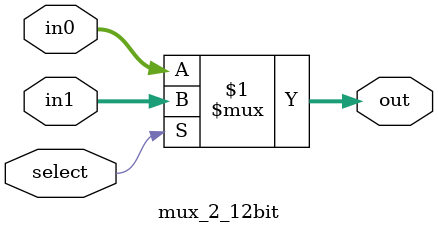
<source format=v>
module mux_2_12bit(out, select, in0, in1);

    input[11:0] in1, in0;
    input select;
    output[11:0] out;

    assign out = select ? in1:in0;

endmodule
</source>
